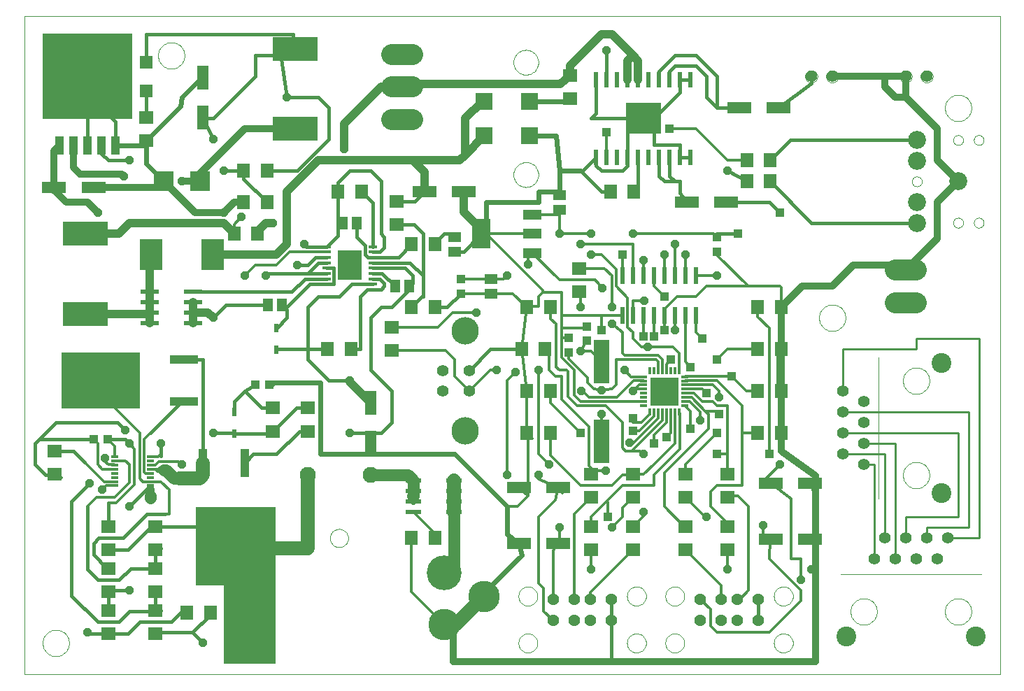
<source format=gtl>
G75*
G70*
%OFA0B0*%
%FSLAX24Y24*%
%IPPOS*%
%LPD*%
%AMOC8*
5,1,8,0,0,1.08239X$1,22.5*
%
%ADD10C,0.0000*%
%ADD11R,0.2500X0.7500*%
%ADD12R,0.0710X0.0630*%
%ADD13R,0.0630X0.0710*%
%ADD14R,0.2126X0.1142*%
%ADD15R,0.0350X0.0120*%
%ADD16R,0.0709X0.0630*%
%ADD17R,0.0433X0.0394*%
%ADD18R,0.0780X0.0200*%
%ADD19R,0.1339X0.0394*%
%ADD20R,0.3780X0.2677*%
%ADD21R,0.0394X0.1339*%
%ADD22R,0.2677X0.3780*%
%ADD23R,0.0236X0.0394*%
%ADD24R,0.4252X0.4098*%
%ADD25R,0.0420X0.0850*%
%ADD26R,0.0945X0.0945*%
%ADD27R,0.0320X0.0120*%
%ADD28R,0.0120X0.0320*%
%ADD29R,0.1320X0.1320*%
%ADD30C,0.0560*%
%ADD31C,0.1306*%
%ADD32R,0.0880X0.0480*%
%ADD33R,0.0866X0.1417*%
%ADD34R,0.0394X0.0433*%
%ADD35R,0.0240X0.0810*%
%ADD36R,0.0220X0.0780*%
%ADD37R,0.1700X0.1500*%
%ADD38R,0.0630X0.0709*%
%ADD39R,0.0827X0.0827*%
%ADD40R,0.0591X0.0512*%
%ADD41C,0.0768*%
%ADD42R,0.1181X0.0551*%
%ADD43R,0.0591X0.0591*%
%ADD44C,0.0562*%
%ADD45R,0.0760X0.2100*%
%ADD46C,0.0550*%
%ADD47C,0.0860*%
%ADD48C,0.0945*%
%ADD49C,0.1660*%
%ADD50C,0.1502*%
%ADD51R,0.0551X0.1181*%
%ADD52R,0.0413X0.0177*%
%ADD53R,0.1160X0.1410*%
%ADD54R,0.0870X0.0240*%
%ADD55R,0.0512X0.0591*%
%ADD56R,0.1102X0.1496*%
%ADD57C,0.1004*%
%ADD58C,0.0120*%
%ADD59R,0.0396X0.0396*%
%ADD60C,0.0160*%
%ADD61C,0.0320*%
%ADD62OC8,0.0396*%
%ADD63C,0.0660*%
%ADD64C,0.0240*%
%ADD65C,0.0400*%
%ADD66C,0.0560*%
%ADD67C,0.0100*%
D10*
X000100Y001000D02*
X000100Y032370D01*
X046592Y032370D01*
X046592Y001000D01*
X000100Y001000D01*
X000970Y002500D02*
X000972Y002550D01*
X000978Y002600D01*
X000988Y002649D01*
X001002Y002697D01*
X001019Y002744D01*
X001040Y002789D01*
X001065Y002833D01*
X001093Y002874D01*
X001125Y002913D01*
X001159Y002950D01*
X001196Y002984D01*
X001236Y003014D01*
X001278Y003041D01*
X001322Y003065D01*
X001368Y003086D01*
X001415Y003102D01*
X001463Y003115D01*
X001513Y003124D01*
X001562Y003129D01*
X001613Y003130D01*
X001663Y003127D01*
X001712Y003120D01*
X001761Y003109D01*
X001809Y003094D01*
X001855Y003076D01*
X001900Y003054D01*
X001943Y003028D01*
X001984Y002999D01*
X002023Y002967D01*
X002059Y002932D01*
X002091Y002894D01*
X002121Y002854D01*
X002148Y002811D01*
X002171Y002767D01*
X002190Y002721D01*
X002206Y002673D01*
X002218Y002624D01*
X002226Y002575D01*
X002230Y002525D01*
X002230Y002475D01*
X002226Y002425D01*
X002218Y002376D01*
X002206Y002327D01*
X002190Y002279D01*
X002171Y002233D01*
X002148Y002189D01*
X002121Y002146D01*
X002091Y002106D01*
X002059Y002068D01*
X002023Y002033D01*
X001984Y002001D01*
X001943Y001972D01*
X001900Y001946D01*
X001855Y001924D01*
X001809Y001906D01*
X001761Y001891D01*
X001712Y001880D01*
X001663Y001873D01*
X001613Y001870D01*
X001562Y001871D01*
X001513Y001876D01*
X001463Y001885D01*
X001415Y001898D01*
X001368Y001914D01*
X001322Y001935D01*
X001278Y001959D01*
X001236Y001986D01*
X001196Y002016D01*
X001159Y002050D01*
X001125Y002087D01*
X001093Y002126D01*
X001065Y002167D01*
X001040Y002211D01*
X001019Y002256D01*
X001002Y002303D01*
X000988Y002351D01*
X000978Y002400D01*
X000972Y002450D01*
X000970Y002500D01*
X014667Y007500D02*
X014669Y007541D01*
X014675Y007582D01*
X014685Y007622D01*
X014698Y007661D01*
X014715Y007698D01*
X014736Y007734D01*
X014760Y007768D01*
X014787Y007799D01*
X014816Y007827D01*
X014849Y007853D01*
X014883Y007875D01*
X014920Y007894D01*
X014958Y007909D01*
X014998Y007921D01*
X015038Y007929D01*
X015079Y007933D01*
X015121Y007933D01*
X015162Y007929D01*
X015202Y007921D01*
X015242Y007909D01*
X015280Y007894D01*
X015316Y007875D01*
X015351Y007853D01*
X015384Y007827D01*
X015413Y007799D01*
X015440Y007768D01*
X015464Y007734D01*
X015485Y007698D01*
X015502Y007661D01*
X015515Y007622D01*
X015525Y007582D01*
X015531Y007541D01*
X015533Y007500D01*
X015531Y007459D01*
X015525Y007418D01*
X015515Y007378D01*
X015502Y007339D01*
X015485Y007302D01*
X015464Y007266D01*
X015440Y007232D01*
X015413Y007201D01*
X015384Y007173D01*
X015351Y007147D01*
X015317Y007125D01*
X015280Y007106D01*
X015242Y007091D01*
X015202Y007079D01*
X015162Y007071D01*
X015121Y007067D01*
X015079Y007067D01*
X015038Y007071D01*
X014998Y007079D01*
X014958Y007091D01*
X014920Y007106D01*
X014884Y007125D01*
X014849Y007147D01*
X014816Y007173D01*
X014787Y007201D01*
X014760Y007232D01*
X014736Y007266D01*
X014715Y007302D01*
X014698Y007339D01*
X014685Y007378D01*
X014675Y007418D01*
X014669Y007459D01*
X014667Y007500D01*
X023647Y004736D02*
X023649Y004778D01*
X023655Y004820D01*
X023665Y004862D01*
X023678Y004902D01*
X023696Y004941D01*
X023717Y004978D01*
X023741Y005012D01*
X023769Y005045D01*
X023799Y005075D01*
X023832Y005101D01*
X023867Y005125D01*
X023905Y005145D01*
X023944Y005161D01*
X023984Y005174D01*
X024026Y005183D01*
X024068Y005188D01*
X024111Y005189D01*
X024153Y005186D01*
X024195Y005179D01*
X024236Y005168D01*
X024276Y005153D01*
X024314Y005135D01*
X024351Y005113D01*
X024385Y005088D01*
X024417Y005060D01*
X024445Y005029D01*
X024471Y004995D01*
X024494Y004959D01*
X024513Y004922D01*
X024529Y004882D01*
X024541Y004841D01*
X024549Y004800D01*
X024553Y004757D01*
X024553Y004715D01*
X024549Y004672D01*
X024541Y004631D01*
X024529Y004590D01*
X024513Y004550D01*
X024494Y004513D01*
X024471Y004477D01*
X024445Y004443D01*
X024417Y004412D01*
X024385Y004384D01*
X024351Y004359D01*
X024314Y004337D01*
X024276Y004319D01*
X024236Y004304D01*
X024195Y004293D01*
X024153Y004286D01*
X024111Y004283D01*
X024068Y004284D01*
X024026Y004289D01*
X023984Y004298D01*
X023944Y004311D01*
X023905Y004327D01*
X023867Y004347D01*
X023832Y004371D01*
X023799Y004397D01*
X023769Y004427D01*
X023741Y004460D01*
X023717Y004494D01*
X023696Y004531D01*
X023678Y004570D01*
X023665Y004610D01*
X023655Y004652D01*
X023649Y004694D01*
X023647Y004736D01*
X023647Y002500D02*
X023649Y002542D01*
X023655Y002584D01*
X023665Y002626D01*
X023678Y002666D01*
X023696Y002705D01*
X023717Y002742D01*
X023741Y002776D01*
X023769Y002809D01*
X023799Y002839D01*
X023832Y002865D01*
X023867Y002889D01*
X023905Y002909D01*
X023944Y002925D01*
X023984Y002938D01*
X024026Y002947D01*
X024068Y002952D01*
X024111Y002953D01*
X024153Y002950D01*
X024195Y002943D01*
X024236Y002932D01*
X024276Y002917D01*
X024314Y002899D01*
X024351Y002877D01*
X024385Y002852D01*
X024417Y002824D01*
X024445Y002793D01*
X024471Y002759D01*
X024494Y002723D01*
X024513Y002686D01*
X024529Y002646D01*
X024541Y002605D01*
X024549Y002564D01*
X024553Y002521D01*
X024553Y002479D01*
X024549Y002436D01*
X024541Y002395D01*
X024529Y002354D01*
X024513Y002314D01*
X024494Y002277D01*
X024471Y002241D01*
X024445Y002207D01*
X024417Y002176D01*
X024385Y002148D01*
X024351Y002123D01*
X024314Y002101D01*
X024276Y002083D01*
X024236Y002068D01*
X024195Y002057D01*
X024153Y002050D01*
X024111Y002047D01*
X024068Y002048D01*
X024026Y002053D01*
X023984Y002062D01*
X023944Y002075D01*
X023905Y002091D01*
X023867Y002111D01*
X023832Y002135D01*
X023799Y002161D01*
X023769Y002191D01*
X023741Y002224D01*
X023717Y002258D01*
X023696Y002295D01*
X023678Y002334D01*
X023665Y002374D01*
X023655Y002416D01*
X023649Y002458D01*
X023647Y002500D01*
X028820Y002500D02*
X028822Y002542D01*
X028828Y002584D01*
X028838Y002626D01*
X028851Y002666D01*
X028869Y002705D01*
X028890Y002742D01*
X028914Y002776D01*
X028942Y002809D01*
X028972Y002839D01*
X029005Y002865D01*
X029040Y002889D01*
X029078Y002909D01*
X029117Y002925D01*
X029157Y002938D01*
X029199Y002947D01*
X029241Y002952D01*
X029284Y002953D01*
X029326Y002950D01*
X029368Y002943D01*
X029409Y002932D01*
X029449Y002917D01*
X029487Y002899D01*
X029524Y002877D01*
X029558Y002852D01*
X029590Y002824D01*
X029618Y002793D01*
X029644Y002759D01*
X029667Y002723D01*
X029686Y002686D01*
X029702Y002646D01*
X029714Y002605D01*
X029722Y002564D01*
X029726Y002521D01*
X029726Y002479D01*
X029722Y002436D01*
X029714Y002395D01*
X029702Y002354D01*
X029686Y002314D01*
X029667Y002277D01*
X029644Y002241D01*
X029618Y002207D01*
X029590Y002176D01*
X029558Y002148D01*
X029524Y002123D01*
X029487Y002101D01*
X029449Y002083D01*
X029409Y002068D01*
X029368Y002057D01*
X029326Y002050D01*
X029284Y002047D01*
X029241Y002048D01*
X029199Y002053D01*
X029157Y002062D01*
X029117Y002075D01*
X029078Y002091D01*
X029040Y002111D01*
X029005Y002135D01*
X028972Y002161D01*
X028942Y002191D01*
X028914Y002224D01*
X028890Y002258D01*
X028869Y002295D01*
X028851Y002334D01*
X028838Y002374D01*
X028828Y002416D01*
X028822Y002458D01*
X028820Y002500D01*
X030647Y002500D02*
X030649Y002542D01*
X030655Y002584D01*
X030665Y002626D01*
X030678Y002666D01*
X030696Y002705D01*
X030717Y002742D01*
X030741Y002776D01*
X030769Y002809D01*
X030799Y002839D01*
X030832Y002865D01*
X030867Y002889D01*
X030905Y002909D01*
X030944Y002925D01*
X030984Y002938D01*
X031026Y002947D01*
X031068Y002952D01*
X031111Y002953D01*
X031153Y002950D01*
X031195Y002943D01*
X031236Y002932D01*
X031276Y002917D01*
X031314Y002899D01*
X031351Y002877D01*
X031385Y002852D01*
X031417Y002824D01*
X031445Y002793D01*
X031471Y002759D01*
X031494Y002723D01*
X031513Y002686D01*
X031529Y002646D01*
X031541Y002605D01*
X031549Y002564D01*
X031553Y002521D01*
X031553Y002479D01*
X031549Y002436D01*
X031541Y002395D01*
X031529Y002354D01*
X031513Y002314D01*
X031494Y002277D01*
X031471Y002241D01*
X031445Y002207D01*
X031417Y002176D01*
X031385Y002148D01*
X031351Y002123D01*
X031314Y002101D01*
X031276Y002083D01*
X031236Y002068D01*
X031195Y002057D01*
X031153Y002050D01*
X031111Y002047D01*
X031068Y002048D01*
X031026Y002053D01*
X030984Y002062D01*
X030944Y002075D01*
X030905Y002091D01*
X030867Y002111D01*
X030832Y002135D01*
X030799Y002161D01*
X030769Y002191D01*
X030741Y002224D01*
X030717Y002258D01*
X030696Y002295D01*
X030678Y002334D01*
X030665Y002374D01*
X030655Y002416D01*
X030649Y002458D01*
X030647Y002500D01*
X030647Y004736D02*
X030649Y004778D01*
X030655Y004820D01*
X030665Y004862D01*
X030678Y004902D01*
X030696Y004941D01*
X030717Y004978D01*
X030741Y005012D01*
X030769Y005045D01*
X030799Y005075D01*
X030832Y005101D01*
X030867Y005125D01*
X030905Y005145D01*
X030944Y005161D01*
X030984Y005174D01*
X031026Y005183D01*
X031068Y005188D01*
X031111Y005189D01*
X031153Y005186D01*
X031195Y005179D01*
X031236Y005168D01*
X031276Y005153D01*
X031314Y005135D01*
X031351Y005113D01*
X031385Y005088D01*
X031417Y005060D01*
X031445Y005029D01*
X031471Y004995D01*
X031494Y004959D01*
X031513Y004922D01*
X031529Y004882D01*
X031541Y004841D01*
X031549Y004800D01*
X031553Y004757D01*
X031553Y004715D01*
X031549Y004672D01*
X031541Y004631D01*
X031529Y004590D01*
X031513Y004550D01*
X031494Y004513D01*
X031471Y004477D01*
X031445Y004443D01*
X031417Y004412D01*
X031385Y004384D01*
X031351Y004359D01*
X031314Y004337D01*
X031276Y004319D01*
X031236Y004304D01*
X031195Y004293D01*
X031153Y004286D01*
X031111Y004283D01*
X031068Y004284D01*
X031026Y004289D01*
X030984Y004298D01*
X030944Y004311D01*
X030905Y004327D01*
X030867Y004347D01*
X030832Y004371D01*
X030799Y004397D01*
X030769Y004427D01*
X030741Y004460D01*
X030717Y004494D01*
X030696Y004531D01*
X030678Y004570D01*
X030665Y004610D01*
X030655Y004652D01*
X030649Y004694D01*
X030647Y004736D01*
X028820Y004736D02*
X028822Y004778D01*
X028828Y004820D01*
X028838Y004862D01*
X028851Y004902D01*
X028869Y004941D01*
X028890Y004978D01*
X028914Y005012D01*
X028942Y005045D01*
X028972Y005075D01*
X029005Y005101D01*
X029040Y005125D01*
X029078Y005145D01*
X029117Y005161D01*
X029157Y005174D01*
X029199Y005183D01*
X029241Y005188D01*
X029284Y005189D01*
X029326Y005186D01*
X029368Y005179D01*
X029409Y005168D01*
X029449Y005153D01*
X029487Y005135D01*
X029524Y005113D01*
X029558Y005088D01*
X029590Y005060D01*
X029618Y005029D01*
X029644Y004995D01*
X029667Y004959D01*
X029686Y004922D01*
X029702Y004882D01*
X029714Y004841D01*
X029722Y004800D01*
X029726Y004757D01*
X029726Y004715D01*
X029722Y004672D01*
X029714Y004631D01*
X029702Y004590D01*
X029686Y004550D01*
X029667Y004513D01*
X029644Y004477D01*
X029618Y004443D01*
X029590Y004412D01*
X029558Y004384D01*
X029524Y004359D01*
X029487Y004337D01*
X029449Y004319D01*
X029409Y004304D01*
X029368Y004293D01*
X029326Y004286D01*
X029284Y004283D01*
X029241Y004284D01*
X029199Y004289D01*
X029157Y004298D01*
X029117Y004311D01*
X029078Y004327D01*
X029040Y004347D01*
X029005Y004371D01*
X028972Y004397D01*
X028942Y004427D01*
X028914Y004460D01*
X028890Y004494D01*
X028869Y004531D01*
X028851Y004570D01*
X028838Y004610D01*
X028828Y004652D01*
X028822Y004694D01*
X028820Y004736D01*
X035820Y004736D02*
X035822Y004778D01*
X035828Y004820D01*
X035838Y004862D01*
X035851Y004902D01*
X035869Y004941D01*
X035890Y004978D01*
X035914Y005012D01*
X035942Y005045D01*
X035972Y005075D01*
X036005Y005101D01*
X036040Y005125D01*
X036078Y005145D01*
X036117Y005161D01*
X036157Y005174D01*
X036199Y005183D01*
X036241Y005188D01*
X036284Y005189D01*
X036326Y005186D01*
X036368Y005179D01*
X036409Y005168D01*
X036449Y005153D01*
X036487Y005135D01*
X036524Y005113D01*
X036558Y005088D01*
X036590Y005060D01*
X036618Y005029D01*
X036644Y004995D01*
X036667Y004959D01*
X036686Y004922D01*
X036702Y004882D01*
X036714Y004841D01*
X036722Y004800D01*
X036726Y004757D01*
X036726Y004715D01*
X036722Y004672D01*
X036714Y004631D01*
X036702Y004590D01*
X036686Y004550D01*
X036667Y004513D01*
X036644Y004477D01*
X036618Y004443D01*
X036590Y004412D01*
X036558Y004384D01*
X036524Y004359D01*
X036487Y004337D01*
X036449Y004319D01*
X036409Y004304D01*
X036368Y004293D01*
X036326Y004286D01*
X036284Y004283D01*
X036241Y004284D01*
X036199Y004289D01*
X036157Y004298D01*
X036117Y004311D01*
X036078Y004327D01*
X036040Y004347D01*
X036005Y004371D01*
X035972Y004397D01*
X035942Y004427D01*
X035914Y004460D01*
X035890Y004494D01*
X035869Y004531D01*
X035851Y004570D01*
X035838Y004610D01*
X035828Y004652D01*
X035822Y004694D01*
X035820Y004736D01*
X035820Y002500D02*
X035822Y002542D01*
X035828Y002584D01*
X035838Y002626D01*
X035851Y002666D01*
X035869Y002705D01*
X035890Y002742D01*
X035914Y002776D01*
X035942Y002809D01*
X035972Y002839D01*
X036005Y002865D01*
X036040Y002889D01*
X036078Y002909D01*
X036117Y002925D01*
X036157Y002938D01*
X036199Y002947D01*
X036241Y002952D01*
X036284Y002953D01*
X036326Y002950D01*
X036368Y002943D01*
X036409Y002932D01*
X036449Y002917D01*
X036487Y002899D01*
X036524Y002877D01*
X036558Y002852D01*
X036590Y002824D01*
X036618Y002793D01*
X036644Y002759D01*
X036667Y002723D01*
X036686Y002686D01*
X036702Y002646D01*
X036714Y002605D01*
X036722Y002564D01*
X036726Y002521D01*
X036726Y002479D01*
X036722Y002436D01*
X036714Y002395D01*
X036702Y002354D01*
X036686Y002314D01*
X036667Y002277D01*
X036644Y002241D01*
X036618Y002207D01*
X036590Y002176D01*
X036558Y002148D01*
X036524Y002123D01*
X036487Y002101D01*
X036449Y002083D01*
X036409Y002068D01*
X036368Y002057D01*
X036326Y002050D01*
X036284Y002047D01*
X036241Y002048D01*
X036199Y002053D01*
X036157Y002062D01*
X036117Y002075D01*
X036078Y002091D01*
X036040Y002111D01*
X036005Y002135D01*
X035972Y002161D01*
X035942Y002191D01*
X035914Y002224D01*
X035890Y002258D01*
X035869Y002295D01*
X035851Y002334D01*
X035838Y002374D01*
X035828Y002416D01*
X035822Y002458D01*
X035820Y002500D01*
X039470Y004000D02*
X039472Y004050D01*
X039478Y004100D01*
X039488Y004149D01*
X039502Y004197D01*
X039519Y004244D01*
X039540Y004289D01*
X039565Y004333D01*
X039593Y004374D01*
X039625Y004413D01*
X039659Y004450D01*
X039696Y004484D01*
X039736Y004514D01*
X039778Y004541D01*
X039822Y004565D01*
X039868Y004586D01*
X039915Y004602D01*
X039963Y004615D01*
X040013Y004624D01*
X040062Y004629D01*
X040113Y004630D01*
X040163Y004627D01*
X040212Y004620D01*
X040261Y004609D01*
X040309Y004594D01*
X040355Y004576D01*
X040400Y004554D01*
X040443Y004528D01*
X040484Y004499D01*
X040523Y004467D01*
X040559Y004432D01*
X040591Y004394D01*
X040621Y004354D01*
X040648Y004311D01*
X040671Y004267D01*
X040690Y004221D01*
X040706Y004173D01*
X040718Y004124D01*
X040726Y004075D01*
X040730Y004025D01*
X040730Y003975D01*
X040726Y003925D01*
X040718Y003876D01*
X040706Y003827D01*
X040690Y003779D01*
X040671Y003733D01*
X040648Y003689D01*
X040621Y003646D01*
X040591Y003606D01*
X040559Y003568D01*
X040523Y003533D01*
X040484Y003501D01*
X040443Y003472D01*
X040400Y003446D01*
X040355Y003424D01*
X040309Y003406D01*
X040261Y003391D01*
X040212Y003380D01*
X040163Y003373D01*
X040113Y003370D01*
X040062Y003371D01*
X040013Y003376D01*
X039963Y003385D01*
X039915Y003398D01*
X039868Y003414D01*
X039822Y003435D01*
X039778Y003459D01*
X039736Y003486D01*
X039696Y003516D01*
X039659Y003550D01*
X039625Y003587D01*
X039593Y003626D01*
X039565Y003667D01*
X039540Y003711D01*
X039519Y003756D01*
X039502Y003803D01*
X039488Y003851D01*
X039478Y003900D01*
X039472Y003950D01*
X039470Y004000D01*
X038991Y005780D02*
X045709Y005780D01*
X043970Y004000D02*
X043972Y004050D01*
X043978Y004100D01*
X043988Y004149D01*
X044002Y004197D01*
X044019Y004244D01*
X044040Y004289D01*
X044065Y004333D01*
X044093Y004374D01*
X044125Y004413D01*
X044159Y004450D01*
X044196Y004484D01*
X044236Y004514D01*
X044278Y004541D01*
X044322Y004565D01*
X044368Y004586D01*
X044415Y004602D01*
X044463Y004615D01*
X044513Y004624D01*
X044562Y004629D01*
X044613Y004630D01*
X044663Y004627D01*
X044712Y004620D01*
X044761Y004609D01*
X044809Y004594D01*
X044855Y004576D01*
X044900Y004554D01*
X044943Y004528D01*
X044984Y004499D01*
X045023Y004467D01*
X045059Y004432D01*
X045091Y004394D01*
X045121Y004354D01*
X045148Y004311D01*
X045171Y004267D01*
X045190Y004221D01*
X045206Y004173D01*
X045218Y004124D01*
X045226Y004075D01*
X045230Y004025D01*
X045230Y003975D01*
X045226Y003925D01*
X045218Y003876D01*
X045206Y003827D01*
X045190Y003779D01*
X045171Y003733D01*
X045148Y003689D01*
X045121Y003646D01*
X045091Y003606D01*
X045059Y003568D01*
X045023Y003533D01*
X044984Y003501D01*
X044943Y003472D01*
X044900Y003446D01*
X044855Y003424D01*
X044809Y003406D01*
X044761Y003391D01*
X044712Y003380D01*
X044663Y003373D01*
X044613Y003370D01*
X044562Y003371D01*
X044513Y003376D01*
X044463Y003385D01*
X044415Y003398D01*
X044368Y003414D01*
X044322Y003435D01*
X044278Y003459D01*
X044236Y003486D01*
X044196Y003516D01*
X044159Y003550D01*
X044125Y003587D01*
X044093Y003626D01*
X044065Y003667D01*
X044040Y003711D01*
X044019Y003756D01*
X044002Y003803D01*
X043988Y003851D01*
X043978Y003900D01*
X043972Y003950D01*
X043970Y004000D01*
X040820Y009391D02*
X040820Y016109D01*
X041970Y015000D02*
X041972Y015050D01*
X041978Y015100D01*
X041988Y015149D01*
X042002Y015197D01*
X042019Y015244D01*
X042040Y015289D01*
X042065Y015333D01*
X042093Y015374D01*
X042125Y015413D01*
X042159Y015450D01*
X042196Y015484D01*
X042236Y015514D01*
X042278Y015541D01*
X042322Y015565D01*
X042368Y015586D01*
X042415Y015602D01*
X042463Y015615D01*
X042513Y015624D01*
X042562Y015629D01*
X042613Y015630D01*
X042663Y015627D01*
X042712Y015620D01*
X042761Y015609D01*
X042809Y015594D01*
X042855Y015576D01*
X042900Y015554D01*
X042943Y015528D01*
X042984Y015499D01*
X043023Y015467D01*
X043059Y015432D01*
X043091Y015394D01*
X043121Y015354D01*
X043148Y015311D01*
X043171Y015267D01*
X043190Y015221D01*
X043206Y015173D01*
X043218Y015124D01*
X043226Y015075D01*
X043230Y015025D01*
X043230Y014975D01*
X043226Y014925D01*
X043218Y014876D01*
X043206Y014827D01*
X043190Y014779D01*
X043171Y014733D01*
X043148Y014689D01*
X043121Y014646D01*
X043091Y014606D01*
X043059Y014568D01*
X043023Y014533D01*
X042984Y014501D01*
X042943Y014472D01*
X042900Y014446D01*
X042855Y014424D01*
X042809Y014406D01*
X042761Y014391D01*
X042712Y014380D01*
X042663Y014373D01*
X042613Y014370D01*
X042562Y014371D01*
X042513Y014376D01*
X042463Y014385D01*
X042415Y014398D01*
X042368Y014414D01*
X042322Y014435D01*
X042278Y014459D01*
X042236Y014486D01*
X042196Y014516D01*
X042159Y014550D01*
X042125Y014587D01*
X042093Y014626D01*
X042065Y014667D01*
X042040Y014711D01*
X042019Y014756D01*
X042002Y014803D01*
X041988Y014851D01*
X041978Y014900D01*
X041972Y014950D01*
X041970Y015000D01*
X037970Y018000D02*
X037972Y018050D01*
X037978Y018100D01*
X037988Y018149D01*
X038002Y018197D01*
X038019Y018244D01*
X038040Y018289D01*
X038065Y018333D01*
X038093Y018374D01*
X038125Y018413D01*
X038159Y018450D01*
X038196Y018484D01*
X038236Y018514D01*
X038278Y018541D01*
X038322Y018565D01*
X038368Y018586D01*
X038415Y018602D01*
X038463Y018615D01*
X038513Y018624D01*
X038562Y018629D01*
X038613Y018630D01*
X038663Y018627D01*
X038712Y018620D01*
X038761Y018609D01*
X038809Y018594D01*
X038855Y018576D01*
X038900Y018554D01*
X038943Y018528D01*
X038984Y018499D01*
X039023Y018467D01*
X039059Y018432D01*
X039091Y018394D01*
X039121Y018354D01*
X039148Y018311D01*
X039171Y018267D01*
X039190Y018221D01*
X039206Y018173D01*
X039218Y018124D01*
X039226Y018075D01*
X039230Y018025D01*
X039230Y017975D01*
X039226Y017925D01*
X039218Y017876D01*
X039206Y017827D01*
X039190Y017779D01*
X039171Y017733D01*
X039148Y017689D01*
X039121Y017646D01*
X039091Y017606D01*
X039059Y017568D01*
X039023Y017533D01*
X038984Y017501D01*
X038943Y017472D01*
X038900Y017446D01*
X038855Y017424D01*
X038809Y017406D01*
X038761Y017391D01*
X038712Y017380D01*
X038663Y017373D01*
X038613Y017370D01*
X038562Y017371D01*
X038513Y017376D01*
X038463Y017385D01*
X038415Y017398D01*
X038368Y017414D01*
X038322Y017435D01*
X038278Y017459D01*
X038236Y017486D01*
X038196Y017516D01*
X038159Y017550D01*
X038125Y017587D01*
X038093Y017626D01*
X038065Y017667D01*
X038040Y017711D01*
X038019Y017756D01*
X038002Y017803D01*
X037988Y017851D01*
X037978Y017900D01*
X037972Y017950D01*
X037970Y018000D01*
X044364Y022531D02*
X044366Y022561D01*
X044372Y022591D01*
X044381Y022620D01*
X044394Y022647D01*
X044411Y022672D01*
X044430Y022695D01*
X044453Y022716D01*
X044478Y022733D01*
X044504Y022747D01*
X044533Y022757D01*
X044562Y022764D01*
X044592Y022767D01*
X044623Y022766D01*
X044653Y022761D01*
X044682Y022752D01*
X044709Y022740D01*
X044735Y022725D01*
X044759Y022706D01*
X044780Y022684D01*
X044798Y022660D01*
X044813Y022633D01*
X044824Y022605D01*
X044832Y022576D01*
X044836Y022546D01*
X044836Y022516D01*
X044832Y022486D01*
X044824Y022457D01*
X044813Y022429D01*
X044798Y022402D01*
X044780Y022378D01*
X044759Y022356D01*
X044735Y022337D01*
X044709Y022322D01*
X044682Y022310D01*
X044653Y022301D01*
X044623Y022296D01*
X044592Y022295D01*
X044562Y022298D01*
X044533Y022305D01*
X044504Y022315D01*
X044478Y022329D01*
X044453Y022346D01*
X044430Y022367D01*
X044411Y022390D01*
X044394Y022415D01*
X044381Y022442D01*
X044372Y022471D01*
X044366Y022501D01*
X044364Y022531D01*
X045348Y022531D02*
X045350Y022561D01*
X045356Y022591D01*
X045365Y022620D01*
X045378Y022647D01*
X045395Y022672D01*
X045414Y022695D01*
X045437Y022716D01*
X045462Y022733D01*
X045488Y022747D01*
X045517Y022757D01*
X045546Y022764D01*
X045576Y022767D01*
X045607Y022766D01*
X045637Y022761D01*
X045666Y022752D01*
X045693Y022740D01*
X045719Y022725D01*
X045743Y022706D01*
X045764Y022684D01*
X045782Y022660D01*
X045797Y022633D01*
X045808Y022605D01*
X045816Y022576D01*
X045820Y022546D01*
X045820Y022516D01*
X045816Y022486D01*
X045808Y022457D01*
X045797Y022429D01*
X045782Y022402D01*
X045764Y022378D01*
X045743Y022356D01*
X045719Y022337D01*
X045693Y022322D01*
X045666Y022310D01*
X045637Y022301D01*
X045607Y022296D01*
X045576Y022295D01*
X045546Y022298D01*
X045517Y022305D01*
X045488Y022315D01*
X045462Y022329D01*
X045437Y022346D01*
X045414Y022367D01*
X045395Y022390D01*
X045378Y022415D01*
X045365Y022442D01*
X045356Y022471D01*
X045350Y022501D01*
X045348Y022531D01*
X042395Y024500D02*
X042397Y024530D01*
X042403Y024560D01*
X042412Y024589D01*
X042425Y024616D01*
X042442Y024641D01*
X042461Y024664D01*
X042484Y024685D01*
X042509Y024702D01*
X042535Y024716D01*
X042564Y024726D01*
X042593Y024733D01*
X042623Y024736D01*
X042654Y024735D01*
X042684Y024730D01*
X042713Y024721D01*
X042740Y024709D01*
X042766Y024694D01*
X042790Y024675D01*
X042811Y024653D01*
X042829Y024629D01*
X042844Y024602D01*
X042855Y024574D01*
X042863Y024545D01*
X042867Y024515D01*
X042867Y024485D01*
X042863Y024455D01*
X042855Y024426D01*
X042844Y024398D01*
X042829Y024371D01*
X042811Y024347D01*
X042790Y024325D01*
X042766Y024306D01*
X042740Y024291D01*
X042713Y024279D01*
X042684Y024270D01*
X042654Y024265D01*
X042623Y024264D01*
X042593Y024267D01*
X042564Y024274D01*
X042535Y024284D01*
X042509Y024298D01*
X042484Y024315D01*
X042461Y024336D01*
X042442Y024359D01*
X042425Y024384D01*
X042412Y024411D01*
X042403Y024440D01*
X042397Y024470D01*
X042395Y024500D01*
X044364Y026469D02*
X044366Y026499D01*
X044372Y026529D01*
X044381Y026558D01*
X044394Y026585D01*
X044411Y026610D01*
X044430Y026633D01*
X044453Y026654D01*
X044478Y026671D01*
X044504Y026685D01*
X044533Y026695D01*
X044562Y026702D01*
X044592Y026705D01*
X044623Y026704D01*
X044653Y026699D01*
X044682Y026690D01*
X044709Y026678D01*
X044735Y026663D01*
X044759Y026644D01*
X044780Y026622D01*
X044798Y026598D01*
X044813Y026571D01*
X044824Y026543D01*
X044832Y026514D01*
X044836Y026484D01*
X044836Y026454D01*
X044832Y026424D01*
X044824Y026395D01*
X044813Y026367D01*
X044798Y026340D01*
X044780Y026316D01*
X044759Y026294D01*
X044735Y026275D01*
X044709Y026260D01*
X044682Y026248D01*
X044653Y026239D01*
X044623Y026234D01*
X044592Y026233D01*
X044562Y026236D01*
X044533Y026243D01*
X044504Y026253D01*
X044478Y026267D01*
X044453Y026284D01*
X044430Y026305D01*
X044411Y026328D01*
X044394Y026353D01*
X044381Y026380D01*
X044372Y026409D01*
X044366Y026439D01*
X044364Y026469D01*
X045348Y026469D02*
X045350Y026499D01*
X045356Y026529D01*
X045365Y026558D01*
X045378Y026585D01*
X045395Y026610D01*
X045414Y026633D01*
X045437Y026654D01*
X045462Y026671D01*
X045488Y026685D01*
X045517Y026695D01*
X045546Y026702D01*
X045576Y026705D01*
X045607Y026704D01*
X045637Y026699D01*
X045666Y026690D01*
X045693Y026678D01*
X045719Y026663D01*
X045743Y026644D01*
X045764Y026622D01*
X045782Y026598D01*
X045797Y026571D01*
X045808Y026543D01*
X045816Y026514D01*
X045820Y026484D01*
X045820Y026454D01*
X045816Y026424D01*
X045808Y026395D01*
X045797Y026367D01*
X045782Y026340D01*
X045764Y026316D01*
X045743Y026294D01*
X045719Y026275D01*
X045693Y026260D01*
X045666Y026248D01*
X045637Y026239D01*
X045607Y026234D01*
X045576Y026233D01*
X045546Y026236D01*
X045517Y026243D01*
X045488Y026253D01*
X045462Y026267D01*
X045437Y026284D01*
X045414Y026305D01*
X045395Y026328D01*
X045378Y026353D01*
X045365Y026380D01*
X045356Y026409D01*
X045350Y026439D01*
X045348Y026469D01*
X043970Y028000D02*
X043972Y028050D01*
X043978Y028100D01*
X043988Y028149D01*
X044002Y028197D01*
X044019Y028244D01*
X044040Y028289D01*
X044065Y028333D01*
X044093Y028374D01*
X044125Y028413D01*
X044159Y028450D01*
X044196Y028484D01*
X044236Y028514D01*
X044278Y028541D01*
X044322Y028565D01*
X044368Y028586D01*
X044415Y028602D01*
X044463Y028615D01*
X044513Y028624D01*
X044562Y028629D01*
X044613Y028630D01*
X044663Y028627D01*
X044712Y028620D01*
X044761Y028609D01*
X044809Y028594D01*
X044855Y028576D01*
X044900Y028554D01*
X044943Y028528D01*
X044984Y028499D01*
X045023Y028467D01*
X045059Y028432D01*
X045091Y028394D01*
X045121Y028354D01*
X045148Y028311D01*
X045171Y028267D01*
X045190Y028221D01*
X045206Y028173D01*
X045218Y028124D01*
X045226Y028075D01*
X045230Y028025D01*
X045230Y027975D01*
X045226Y027925D01*
X045218Y027876D01*
X045206Y027827D01*
X045190Y027779D01*
X045171Y027733D01*
X045148Y027689D01*
X045121Y027646D01*
X045091Y027606D01*
X045059Y027568D01*
X045023Y027533D01*
X044984Y027501D01*
X044943Y027472D01*
X044900Y027446D01*
X044855Y027424D01*
X044809Y027406D01*
X044761Y027391D01*
X044712Y027380D01*
X044663Y027373D01*
X044613Y027370D01*
X044562Y027371D01*
X044513Y027376D01*
X044463Y027385D01*
X044415Y027398D01*
X044368Y027414D01*
X044322Y027435D01*
X044278Y027459D01*
X044236Y027486D01*
X044196Y027516D01*
X044159Y027550D01*
X044125Y027587D01*
X044093Y027626D01*
X044065Y027667D01*
X044040Y027711D01*
X044019Y027756D01*
X044002Y027803D01*
X043988Y027851D01*
X043978Y027900D01*
X043972Y027950D01*
X043970Y028000D01*
X042810Y029500D02*
X042812Y029534D01*
X042818Y029567D01*
X042827Y029599D01*
X042841Y029630D01*
X042858Y029659D01*
X042878Y029686D01*
X042901Y029711D01*
X042927Y029733D01*
X042955Y029751D01*
X042985Y029766D01*
X043017Y029778D01*
X043050Y029786D01*
X043083Y029790D01*
X043117Y029790D01*
X043150Y029786D01*
X043183Y029778D01*
X043215Y029766D01*
X043245Y029751D01*
X043273Y029733D01*
X043299Y029711D01*
X043322Y029686D01*
X043342Y029659D01*
X043359Y029630D01*
X043373Y029599D01*
X043382Y029567D01*
X043388Y029534D01*
X043390Y029500D01*
X043388Y029466D01*
X043382Y029433D01*
X043373Y029401D01*
X043359Y029370D01*
X043342Y029341D01*
X043322Y029314D01*
X043299Y029289D01*
X043273Y029267D01*
X043245Y029249D01*
X043215Y029234D01*
X043183Y029222D01*
X043150Y029214D01*
X043117Y029210D01*
X043083Y029210D01*
X043050Y029214D01*
X043017Y029222D01*
X042985Y029234D01*
X042955Y029249D01*
X042927Y029267D01*
X042901Y029289D01*
X042878Y029314D01*
X042858Y029341D01*
X042841Y029370D01*
X042827Y029401D01*
X042818Y029433D01*
X042812Y029466D01*
X042810Y029500D01*
X041810Y029500D02*
X041812Y029534D01*
X041818Y029567D01*
X041827Y029599D01*
X041841Y029630D01*
X041858Y029659D01*
X041878Y029686D01*
X041901Y029711D01*
X041927Y029733D01*
X041955Y029751D01*
X041985Y029766D01*
X042017Y029778D01*
X042050Y029786D01*
X042083Y029790D01*
X042117Y029790D01*
X042150Y029786D01*
X042183Y029778D01*
X042215Y029766D01*
X042245Y029751D01*
X042273Y029733D01*
X042299Y029711D01*
X042322Y029686D01*
X042342Y029659D01*
X042359Y029630D01*
X042373Y029599D01*
X042382Y029567D01*
X042388Y029534D01*
X042390Y029500D01*
X042388Y029466D01*
X042382Y029433D01*
X042373Y029401D01*
X042359Y029370D01*
X042342Y029341D01*
X042322Y029314D01*
X042299Y029289D01*
X042273Y029267D01*
X042245Y029249D01*
X042215Y029234D01*
X042183Y029222D01*
X042150Y029214D01*
X042117Y029210D01*
X042083Y029210D01*
X042050Y029214D01*
X042017Y029222D01*
X041985Y029234D01*
X041955Y029249D01*
X041927Y029267D01*
X041901Y029289D01*
X041878Y029314D01*
X041858Y029341D01*
X041841Y029370D01*
X041827Y029401D01*
X041818Y029433D01*
X041812Y029466D01*
X041810Y029500D01*
X038310Y029500D02*
X038312Y029534D01*
X038318Y029567D01*
X038327Y029599D01*
X038341Y029630D01*
X038358Y029659D01*
X038378Y029686D01*
X038401Y029711D01*
X038427Y029733D01*
X038455Y029751D01*
X038485Y029766D01*
X038517Y029778D01*
X038550Y029786D01*
X038583Y029790D01*
X038617Y029790D01*
X038650Y029786D01*
X038683Y029778D01*
X038715Y029766D01*
X038745Y029751D01*
X038773Y029733D01*
X038799Y029711D01*
X038822Y029686D01*
X038842Y029659D01*
X038859Y029630D01*
X038873Y029599D01*
X038882Y029567D01*
X038888Y029534D01*
X038890Y029500D01*
X038888Y029466D01*
X038882Y029433D01*
X038873Y029401D01*
X038859Y029370D01*
X038842Y029341D01*
X038822Y029314D01*
X038799Y029289D01*
X038773Y029267D01*
X038745Y029249D01*
X038715Y029234D01*
X038683Y029222D01*
X038650Y029214D01*
X038617Y029210D01*
X038583Y029210D01*
X038550Y029214D01*
X038517Y029222D01*
X038485Y029234D01*
X038455Y029249D01*
X038427Y029267D01*
X038401Y029289D01*
X038378Y029314D01*
X038358Y029341D01*
X038341Y029370D01*
X038327Y029401D01*
X038318Y029433D01*
X038312Y029466D01*
X038310Y029500D01*
X037310Y029500D02*
X037312Y029534D01*
X037318Y029567D01*
X037327Y029599D01*
X037341Y029630D01*
X037358Y029659D01*
X037378Y029686D01*
X037401Y029711D01*
X037427Y029733D01*
X037455Y029751D01*
X037485Y029766D01*
X037517Y029778D01*
X037550Y029786D01*
X037583Y029790D01*
X037617Y029790D01*
X037650Y029786D01*
X037683Y029778D01*
X037715Y029766D01*
X037745Y029751D01*
X037773Y029733D01*
X037799Y029711D01*
X037822Y029686D01*
X037842Y029659D01*
X037859Y029630D01*
X037873Y029599D01*
X037882Y029567D01*
X037888Y029534D01*
X037890Y029500D01*
X037888Y029466D01*
X037882Y029433D01*
X037873Y029401D01*
X037859Y029370D01*
X037842Y029341D01*
X037822Y029314D01*
X037799Y029289D01*
X037773Y029267D01*
X037745Y029249D01*
X037715Y029234D01*
X037683Y029222D01*
X037650Y029214D01*
X037617Y029210D01*
X037583Y029210D01*
X037550Y029214D01*
X037517Y029222D01*
X037485Y029234D01*
X037455Y029249D01*
X037427Y029267D01*
X037401Y029289D01*
X037378Y029314D01*
X037358Y029341D01*
X037341Y029370D01*
X037327Y029401D01*
X037318Y029433D01*
X037312Y029466D01*
X037310Y029500D01*
X023411Y030177D02*
X023413Y030225D01*
X023419Y030273D01*
X023429Y030320D01*
X023442Y030366D01*
X023460Y030411D01*
X023480Y030455D01*
X023505Y030497D01*
X023533Y030536D01*
X023563Y030573D01*
X023597Y030607D01*
X023634Y030639D01*
X023672Y030668D01*
X023713Y030693D01*
X023756Y030715D01*
X023801Y030733D01*
X023847Y030747D01*
X023894Y030758D01*
X023942Y030765D01*
X023990Y030768D01*
X024038Y030767D01*
X024086Y030762D01*
X024134Y030753D01*
X024180Y030741D01*
X024225Y030724D01*
X024269Y030704D01*
X024311Y030681D01*
X024351Y030654D01*
X024389Y030624D01*
X024424Y030591D01*
X024456Y030555D01*
X024486Y030517D01*
X024512Y030476D01*
X024534Y030433D01*
X024554Y030389D01*
X024569Y030344D01*
X024581Y030297D01*
X024589Y030249D01*
X024593Y030201D01*
X024593Y030153D01*
X024589Y030105D01*
X024581Y030057D01*
X024569Y030010D01*
X024554Y029965D01*
X024534Y029921D01*
X024512Y029878D01*
X024486Y029837D01*
X024456Y029799D01*
X024424Y029763D01*
X024389Y029730D01*
X024351Y029700D01*
X024311Y029673D01*
X024269Y029650D01*
X024225Y029630D01*
X024180Y029613D01*
X024134Y029601D01*
X024086Y029592D01*
X024038Y029587D01*
X023990Y029586D01*
X023942Y029589D01*
X023894Y029596D01*
X023847Y029607D01*
X023801Y029621D01*
X023756Y029639D01*
X023713Y029661D01*
X023672Y029686D01*
X023634Y029715D01*
X023597Y029747D01*
X023563Y029781D01*
X023533Y029818D01*
X023505Y029857D01*
X023480Y029899D01*
X023460Y029943D01*
X023442Y029988D01*
X023429Y030034D01*
X023419Y030081D01*
X023413Y030129D01*
X023411Y030177D01*
X023411Y024823D02*
X023413Y024871D01*
X023419Y024919D01*
X023429Y024966D01*
X023442Y025012D01*
X023460Y025057D01*
X023480Y025101D01*
X023505Y025143D01*
X023533Y025182D01*
X023563Y025219D01*
X023597Y025253D01*
X023634Y025285D01*
X023672Y025314D01*
X023713Y025339D01*
X023756Y025361D01*
X023801Y025379D01*
X023847Y025393D01*
X023894Y025404D01*
X023942Y025411D01*
X023990Y025414D01*
X024038Y025413D01*
X024086Y025408D01*
X024134Y025399D01*
X024180Y025387D01*
X024225Y025370D01*
X024269Y025350D01*
X024311Y025327D01*
X024351Y025300D01*
X024389Y025270D01*
X024424Y025237D01*
X024456Y025201D01*
X024486Y025163D01*
X024512Y025122D01*
X024534Y025079D01*
X024554Y025035D01*
X024569Y024990D01*
X024581Y024943D01*
X024589Y024895D01*
X024593Y024847D01*
X024593Y024799D01*
X024589Y024751D01*
X024581Y024703D01*
X024569Y024656D01*
X024554Y024611D01*
X024534Y024567D01*
X024512Y024524D01*
X024486Y024483D01*
X024456Y024445D01*
X024424Y024409D01*
X024389Y024376D01*
X024351Y024346D01*
X024311Y024319D01*
X024269Y024296D01*
X024225Y024276D01*
X024180Y024259D01*
X024134Y024247D01*
X024086Y024238D01*
X024038Y024233D01*
X023990Y024232D01*
X023942Y024235D01*
X023894Y024242D01*
X023847Y024253D01*
X023801Y024267D01*
X023756Y024285D01*
X023713Y024307D01*
X023672Y024332D01*
X023634Y024361D01*
X023597Y024393D01*
X023563Y024427D01*
X023533Y024464D01*
X023505Y024503D01*
X023480Y024545D01*
X023460Y024589D01*
X023442Y024634D01*
X023429Y024680D01*
X023419Y024727D01*
X023413Y024775D01*
X023411Y024823D01*
X006470Y030500D02*
X006472Y030550D01*
X006478Y030600D01*
X006488Y030649D01*
X006502Y030697D01*
X006519Y030744D01*
X006540Y030789D01*
X006565Y030833D01*
X006593Y030874D01*
X006625Y030913D01*
X006659Y030950D01*
X006696Y030984D01*
X006736Y031014D01*
X006778Y031041D01*
X006822Y031065D01*
X006868Y031086D01*
X006915Y031102D01*
X006963Y031115D01*
X007013Y031124D01*
X007062Y031129D01*
X007113Y031130D01*
X007163Y031127D01*
X007212Y031120D01*
X007261Y031109D01*
X007309Y031094D01*
X007355Y031076D01*
X007400Y031054D01*
X007443Y031028D01*
X007484Y030999D01*
X007523Y030967D01*
X007559Y030932D01*
X007591Y030894D01*
X007621Y030854D01*
X007648Y030811D01*
X007671Y030767D01*
X007690Y030721D01*
X007706Y030673D01*
X007718Y030624D01*
X007726Y030575D01*
X007730Y030525D01*
X007730Y030475D01*
X007726Y030425D01*
X007718Y030376D01*
X007706Y030327D01*
X007690Y030279D01*
X007671Y030233D01*
X007648Y030189D01*
X007621Y030146D01*
X007591Y030106D01*
X007559Y030068D01*
X007523Y030033D01*
X007484Y030001D01*
X007443Y029972D01*
X007400Y029946D01*
X007355Y029924D01*
X007309Y029906D01*
X007261Y029891D01*
X007212Y029880D01*
X007163Y029873D01*
X007113Y029870D01*
X007062Y029871D01*
X007013Y029876D01*
X006963Y029885D01*
X006915Y029898D01*
X006868Y029914D01*
X006822Y029935D01*
X006778Y029959D01*
X006736Y029986D01*
X006696Y030016D01*
X006659Y030050D01*
X006625Y030087D01*
X006593Y030126D01*
X006565Y030167D01*
X006540Y030211D01*
X006519Y030256D01*
X006502Y030303D01*
X006488Y030351D01*
X006478Y030400D01*
X006472Y030450D01*
X006470Y030500D01*
X041970Y010500D02*
X041972Y010550D01*
X041978Y010600D01*
X041988Y010649D01*
X042002Y010697D01*
X042019Y010744D01*
X042040Y010789D01*
X042065Y010833D01*
X042093Y010874D01*
X042125Y010913D01*
X042159Y010950D01*
X042196Y010984D01*
X042236Y011014D01*
X042278Y011041D01*
X042322Y011065D01*
X042368Y011086D01*
X042415Y011102D01*
X042463Y011115D01*
X042513Y011124D01*
X042562Y011129D01*
X042613Y011130D01*
X042663Y011127D01*
X042712Y011120D01*
X042761Y011109D01*
X042809Y011094D01*
X042855Y011076D01*
X042900Y011054D01*
X042943Y011028D01*
X042984Y010999D01*
X043023Y010967D01*
X043059Y010932D01*
X043091Y010894D01*
X043121Y010854D01*
X043148Y010811D01*
X043171Y010767D01*
X043190Y010721D01*
X043206Y010673D01*
X043218Y010624D01*
X043226Y010575D01*
X043230Y010525D01*
X043230Y010475D01*
X043226Y010425D01*
X043218Y010376D01*
X043206Y010327D01*
X043190Y010279D01*
X043171Y010233D01*
X043148Y010189D01*
X043121Y010146D01*
X043091Y010106D01*
X043059Y010068D01*
X043023Y010033D01*
X042984Y010001D01*
X042943Y009972D01*
X042900Y009946D01*
X042855Y009924D01*
X042809Y009906D01*
X042761Y009891D01*
X042712Y009880D01*
X042663Y009873D01*
X042613Y009870D01*
X042562Y009871D01*
X042513Y009876D01*
X042463Y009885D01*
X042415Y009898D01*
X042368Y009914D01*
X042322Y009935D01*
X042278Y009959D01*
X042236Y009986D01*
X042196Y010016D01*
X042159Y010050D01*
X042125Y010087D01*
X042093Y010126D01*
X042065Y010167D01*
X042040Y010211D01*
X042019Y010256D01*
X042002Y010303D01*
X041988Y010351D01*
X041978Y010400D01*
X041972Y010450D01*
X041970Y010500D01*
D11*
X010850Y005250D03*
D12*
X006350Y004940D03*
X006350Y004060D03*
X006350Y002940D03*
X004100Y002940D03*
X004100Y004060D03*
X004100Y004940D03*
X004100Y006060D03*
X004100Y006940D03*
X004100Y008060D03*
X006350Y008060D03*
X006350Y006940D03*
X006350Y006060D03*
X011950Y012590D03*
X011950Y013710D03*
X013600Y013710D03*
X013600Y012590D03*
X017600Y016440D03*
X017600Y017560D03*
X017850Y022440D03*
X017850Y023560D03*
X026550Y020360D03*
X026550Y019240D03*
X027100Y010560D03*
X027100Y009440D03*
X027100Y008060D03*
X027100Y006940D03*
X029100Y006940D03*
X029100Y008060D03*
X029100Y009440D03*
X029100Y010560D03*
X031600Y010560D03*
X031600Y009440D03*
X031600Y008060D03*
X031600Y006940D03*
X033600Y006940D03*
X033600Y008060D03*
X033600Y009440D03*
X033600Y010560D03*
X005900Y026440D03*
X005900Y027560D03*
D13*
X010540Y025000D03*
X011660Y025000D03*
X011660Y023500D03*
X010540Y023500D03*
X010090Y022000D03*
X011210Y022000D03*
X015040Y024000D03*
X016160Y024000D03*
X018540Y021500D03*
X019660Y021500D03*
X019660Y018500D03*
X018540Y018500D03*
X015660Y016500D03*
X014540Y016500D03*
X023790Y016500D03*
X024910Y016500D03*
X025160Y018500D03*
X024040Y018500D03*
X024040Y014500D03*
X025160Y014500D03*
X025160Y012500D03*
X024040Y012500D03*
X019660Y007500D03*
X018540Y007500D03*
X008960Y003950D03*
X007840Y003950D03*
X035040Y012500D03*
X036160Y012500D03*
X036160Y014500D03*
X035040Y014500D03*
X035040Y016500D03*
X036160Y016500D03*
X036160Y018500D03*
X035040Y018500D03*
D14*
X013000Y027000D03*
X013000Y030819D03*
X003000Y022000D03*
X003000Y018181D03*
D15*
X004391Y011378D03*
X004391Y011181D03*
X004391Y010984D03*
X004391Y010787D03*
X004391Y010591D03*
X004391Y010394D03*
X004391Y010197D03*
X004391Y010000D03*
X006100Y010000D03*
X006100Y010197D03*
X006100Y010394D03*
X006100Y010591D03*
X006100Y010787D03*
X006100Y010984D03*
X006100Y011181D03*
X006100Y011378D03*
D16*
X001550Y011651D03*
X001550Y010549D03*
X026100Y028449D03*
X026100Y029551D03*
D17*
X011785Y014800D03*
X011115Y014800D03*
X004085Y012200D03*
X003415Y012200D03*
D18*
X018630Y010250D03*
X018630Y009750D03*
X018630Y009250D03*
X018630Y008750D03*
X020570Y008750D03*
X020570Y009250D03*
X020570Y009750D03*
X020570Y010250D03*
D19*
X007698Y014000D03*
X007698Y016000D03*
D20*
X003722Y015000D03*
D21*
X008600Y011098D03*
X010600Y011098D03*
D22*
X009600Y007122D03*
D23*
X010100Y012469D03*
X010100Y013531D03*
X012100Y016469D03*
X012100Y017531D03*
D24*
X003100Y029500D03*
D25*
X003100Y026220D03*
X002430Y026220D03*
X001760Y026220D03*
X003770Y026220D03*
X004440Y026220D03*
D26*
X006734Y024500D03*
X008466Y024500D03*
D27*
X029620Y015190D03*
X029620Y014990D03*
X029620Y014800D03*
X029620Y014600D03*
X029620Y014400D03*
X029620Y014200D03*
X029620Y014010D03*
X029620Y013810D03*
X031580Y013810D03*
X031580Y014010D03*
X031580Y014200D03*
X031580Y014400D03*
X031580Y014600D03*
X031580Y014800D03*
X031580Y014990D03*
X031580Y015190D03*
D28*
X031290Y015480D03*
X031090Y015480D03*
X030900Y015480D03*
X030700Y015480D03*
X030500Y015480D03*
X030300Y015480D03*
X030110Y015480D03*
X029910Y015480D03*
X029910Y013520D03*
X030110Y013520D03*
X030300Y013520D03*
X030500Y013520D03*
X030700Y013520D03*
X030900Y013520D03*
X031090Y013520D03*
X031290Y013520D03*
D29*
X030600Y014480D03*
D30*
X039100Y014500D03*
X040100Y014000D03*
X039100Y013500D03*
X040100Y013000D03*
X039100Y012500D03*
X040100Y012000D03*
X039100Y011500D03*
X040100Y011000D03*
X041100Y007500D03*
X042100Y007500D03*
X043100Y007500D03*
X044100Y007500D03*
X043600Y006500D03*
X042600Y006500D03*
X041600Y006500D03*
X040600Y006500D03*
X021297Y014508D03*
X021297Y015492D03*
X020037Y015492D03*
X020037Y014508D03*
D31*
X021100Y012630D03*
X021100Y017370D03*
D32*
X024320Y021090D03*
X024320Y022000D03*
X024320Y022910D03*
D33*
X021880Y022000D03*
D34*
X020900Y019835D03*
X020900Y019165D03*
X026050Y017035D03*
X026900Y016915D03*
X026900Y017585D03*
X026050Y016365D03*
X033100Y021165D03*
X033100Y021835D03*
D35*
X032100Y020000D03*
X031600Y020000D03*
X031100Y020000D03*
X030600Y020000D03*
X030100Y020000D03*
X029600Y020000D03*
X029100Y020000D03*
X028600Y020000D03*
X028600Y018110D03*
X029100Y018110D03*
X029600Y018110D03*
X030100Y018110D03*
X030600Y018110D03*
X031100Y018110D03*
X031600Y018110D03*
X032100Y018110D03*
D36*
X031850Y025650D03*
X031350Y025650D03*
X030850Y025650D03*
X030350Y025650D03*
X029850Y025650D03*
X029350Y025650D03*
X028850Y025650D03*
X028350Y025650D03*
X027850Y025650D03*
X027350Y025650D03*
X027350Y029350D03*
X027850Y029350D03*
X028350Y029350D03*
X028850Y029350D03*
X029350Y029350D03*
X029850Y029350D03*
X030350Y029350D03*
X030850Y029350D03*
X031350Y029350D03*
X031850Y029350D03*
D37*
X029600Y027500D03*
D38*
X029151Y024000D03*
X028049Y024000D03*
X034549Y024500D03*
X035651Y024500D03*
X035651Y025500D03*
X034549Y025500D03*
D39*
X024183Y026673D03*
X024183Y028327D03*
X022017Y028327D03*
X022017Y026673D03*
D40*
X025600Y023835D03*
X025600Y023165D03*
X022350Y019835D03*
X022350Y019165D03*
X020600Y021165D03*
X020600Y021835D03*
D41*
X016600Y010500D03*
X013600Y010500D03*
D42*
X023655Y009900D03*
X025545Y009900D03*
X025545Y007250D03*
X023655Y007250D03*
X035655Y007450D03*
X037545Y007450D03*
X037545Y010100D03*
X035655Y010100D03*
X033545Y023500D03*
X031655Y023500D03*
X034155Y028000D03*
X036045Y028000D03*
X021045Y024000D03*
X019155Y024000D03*
X003395Y024200D03*
X001505Y024200D03*
D43*
X005900Y028811D03*
X005900Y030189D03*
D44*
X025309Y004598D03*
X026293Y004598D03*
X027080Y004598D03*
X028065Y004598D03*
X028065Y003567D03*
X027080Y003567D03*
X026293Y003567D03*
X025309Y003567D03*
X032309Y003567D03*
X033293Y003567D03*
X034080Y003567D03*
X035065Y003567D03*
X035065Y004598D03*
X034080Y004598D03*
X033293Y004598D03*
X032309Y004598D03*
D45*
X027600Y012100D03*
X027600Y015900D03*
D46*
X037600Y029500D03*
X038600Y029500D03*
X042100Y029500D03*
X043100Y029500D03*
D47*
X042631Y026469D03*
X042631Y025484D03*
X044600Y024500D03*
X042631Y023516D03*
X042631Y022531D03*
D48*
X043801Y015843D03*
X043801Y009657D03*
X045443Y002799D03*
X039257Y002799D03*
D49*
X020100Y005854D03*
D50*
X021990Y004732D03*
X020100Y003394D03*
D51*
X016600Y012055D03*
X016600Y013945D03*
X008600Y027555D03*
X008600Y029445D03*
D52*
X014507Y021396D03*
X014507Y021140D03*
X014507Y020884D03*
X014507Y020628D03*
X014507Y020372D03*
X014507Y020116D03*
X014507Y019860D03*
X014507Y019604D03*
X016693Y019604D03*
X016693Y019860D03*
X016693Y020116D03*
X016693Y020372D03*
X016693Y020628D03*
X016693Y020884D03*
X016693Y021140D03*
X016693Y021396D03*
D53*
X015600Y020500D03*
D54*
X008130Y019250D03*
X008130Y018750D03*
X008130Y018250D03*
X008130Y017750D03*
X006070Y017750D03*
X006070Y018250D03*
X006070Y018750D03*
X006070Y019250D03*
D55*
X011715Y018600D03*
X012385Y018600D03*
X015265Y022500D03*
X015935Y022500D03*
X017765Y019500D03*
X018435Y019500D03*
D56*
X009057Y021000D03*
X006143Y021000D03*
D57*
X017598Y027441D02*
X018602Y027441D01*
X018602Y029000D02*
X017598Y029000D01*
X017598Y030559D02*
X018602Y030559D01*
X041598Y020280D02*
X042602Y020280D01*
X042602Y018720D02*
X041598Y018720D01*
D58*
X036160Y018500D02*
X036160Y019440D01*
X036100Y019500D01*
X034600Y019500D01*
X033151Y020949D01*
X033100Y021165D01*
X033100Y021835D02*
X032935Y022000D01*
X029100Y022000D01*
X029100Y021500D02*
X026600Y021500D01*
X027100Y021000D02*
X027600Y021000D01*
X028300Y020300D01*
X028300Y019500D01*
X028850Y018950D01*
X028850Y017550D01*
X029100Y017300D01*
X029100Y017000D01*
X029500Y016600D01*
X029800Y016600D01*
X031000Y016600D01*
X031290Y016310D01*
X031290Y015480D01*
X031590Y015200D02*
X031580Y015190D01*
X031590Y015200D02*
X033800Y015200D01*
X034500Y014500D01*
X035040Y014500D01*
X034300Y013800D02*
X033100Y015000D01*
X031590Y015000D01*
X031580Y014990D01*
X031580Y014800D02*
X032900Y014800D01*
X033200Y014500D01*
X033200Y014200D01*
X032900Y014000D02*
X033100Y013800D01*
X033600Y013800D01*
X033600Y011500D01*
X033100Y011500D01*
X033600Y011500D02*
X033600Y010560D01*
X033100Y010000D02*
X034300Y010000D01*
X034300Y012500D01*
X035040Y012500D01*
X034300Y012500D02*
X034300Y013800D01*
X033200Y013550D02*
X032550Y013550D01*
X031900Y014200D01*
X031580Y014200D01*
X031580Y014010D02*
X031590Y014010D01*
X031600Y014000D01*
X031800Y014000D01*
X032300Y013500D01*
X032300Y013100D01*
X032700Y013400D02*
X032550Y013550D01*
X032700Y013400D02*
X032700Y012700D01*
X030600Y010600D01*
X030600Y009000D01*
X031540Y008060D01*
X031600Y008060D01*
X032540Y008500D02*
X031600Y009440D01*
X031600Y009250D01*
X032540Y008500D02*
X032600Y008500D01*
X032800Y009000D02*
X032800Y009700D01*
X033100Y010000D01*
X033600Y009440D02*
X033600Y009250D01*
X033600Y009440D02*
X033660Y009500D01*
X034100Y009500D01*
X034600Y009000D01*
X034600Y005000D01*
X034198Y004598D01*
X034080Y004598D01*
X033293Y004598D02*
X033293Y005247D01*
X031600Y006940D01*
X031600Y006750D01*
X033600Y006940D02*
X033600Y006000D01*
X032309Y004598D02*
X032309Y004591D01*
X032800Y004100D01*
X032800Y003300D01*
X033100Y003000D01*
X035600Y003000D01*
X037100Y004500D01*
X037100Y005000D01*
X035600Y006500D01*
X035600Y006807D01*
X035655Y007450D01*
X035293Y007593D01*
X035300Y008100D01*
X033600Y008060D02*
X033600Y008200D01*
X032800Y009000D01*
X031600Y010560D02*
X031600Y011000D01*
X033100Y012500D01*
X031850Y012700D02*
X031850Y013540D01*
X031580Y013810D01*
X031290Y013520D02*
X031350Y013460D01*
X031350Y011750D01*
X030100Y010500D01*
X030100Y010000D01*
X028600Y010000D01*
X027850Y009250D01*
X027900Y009200D01*
X027900Y008500D01*
X027850Y009250D02*
X027100Y008500D01*
X027100Y008060D01*
X026293Y008633D02*
X027100Y009440D01*
X027040Y009440D01*
X026600Y010000D02*
X028100Y010000D01*
X028600Y010500D01*
X029040Y010500D01*
X029100Y010560D01*
X029600Y010560D01*
X030100Y011000D01*
X031100Y012000D01*
X031100Y013510D01*
X031090Y013520D01*
X030900Y013520D02*
X030900Y012500D01*
X030700Y012300D01*
X030100Y012400D02*
X030100Y012000D01*
X030100Y012400D02*
X030700Y013000D01*
X030700Y013520D01*
X030500Y013520D02*
X030500Y013100D01*
X029050Y011650D01*
X029450Y011650D01*
X029600Y011500D01*
X029050Y011650D02*
X028750Y011650D01*
X028600Y011800D01*
X028600Y013000D01*
X027800Y013800D01*
X026450Y013800D01*
X026000Y014250D01*
X026000Y015450D01*
X025950Y015500D01*
X025600Y015500D01*
X025450Y015650D01*
X025450Y017700D01*
X025160Y017940D01*
X025160Y018500D01*
X024600Y018560D02*
X024040Y018500D01*
X023375Y019165D01*
X022350Y019165D01*
X020900Y019165D01*
X020900Y019835D02*
X022350Y019835D01*
X022935Y019835D01*
X023100Y020000D01*
X024100Y020550D02*
X024100Y020870D01*
X024320Y021090D01*
X024320Y021080D01*
X025600Y019800D01*
X027300Y019800D01*
X027650Y019400D01*
X028100Y020000D02*
X028100Y018500D01*
X027600Y018110D02*
X027600Y017400D01*
X028100Y017700D02*
X028600Y017300D01*
X028600Y016300D01*
X028700Y016200D01*
X030300Y016200D01*
X030500Y016000D01*
X030500Y015480D01*
X030300Y015480D02*
X030300Y015900D01*
X030200Y016000D01*
X028300Y016000D01*
X028300Y014800D01*
X028100Y014600D01*
X027600Y014550D01*
X027250Y014600D01*
X026950Y014900D01*
X026950Y015150D01*
X026050Y016050D01*
X026050Y016365D01*
X025700Y016100D02*
X025700Y017000D01*
X025735Y017035D01*
X026050Y017035D01*
X025700Y017000D02*
X025700Y017500D01*
X026844Y017500D01*
X026900Y017585D01*
X026990Y018110D02*
X025700Y018100D01*
X025700Y019200D01*
X024800Y019200D01*
X024800Y019300D01*
X022100Y022000D01*
X024320Y022000D01*
X024320Y022910D02*
X025561Y022910D01*
X025600Y023165D01*
X025600Y022000D01*
X027100Y022000D01*
X028600Y021000D02*
X028600Y020000D01*
X028100Y020000D02*
X027740Y020360D01*
X026550Y020360D01*
X026550Y019240D02*
X026600Y018890D01*
X026600Y018500D01*
X026990Y018110D02*
X027600Y018110D01*
X028600Y018110D01*
X029100Y018110D02*
X029100Y018800D01*
X029650Y018800D01*
X029600Y018110D02*
X029600Y017100D01*
X030100Y017100D02*
X030100Y018110D01*
X030600Y018110D02*
X030600Y018400D01*
X031200Y019000D01*
X032100Y019000D01*
X032600Y019500D01*
X034600Y019500D01*
X035040Y018500D02*
X035040Y018060D01*
X035600Y017500D01*
X035600Y011500D01*
X036100Y011000D02*
X035293Y010193D01*
X035655Y010100D01*
X036650Y009393D01*
X036650Y006500D01*
X037100Y006500D01*
X037100Y005500D01*
X037800Y007000D02*
X037545Y007450D01*
X037800Y009500D02*
X037545Y010100D01*
X033200Y013400D02*
X033200Y013550D01*
X032900Y014000D02*
X032400Y014000D01*
X032000Y014400D01*
X031580Y014400D01*
X031580Y014600D02*
X032400Y014600D01*
X032600Y014400D01*
X031850Y015650D02*
X031600Y015900D01*
X031600Y018110D01*
X031100Y018110D02*
X031100Y017400D01*
X030600Y017400D02*
X030600Y018110D01*
X030600Y019000D02*
X030100Y019500D01*
X030100Y020000D01*
X029600Y020000D02*
X029600Y020750D01*
X029100Y020000D02*
X029100Y021500D01*
X030600Y021000D02*
X030600Y020000D01*
X031100Y020000D02*
X031100Y021500D01*
X031600Y021000D02*
X031600Y020000D01*
X032100Y020000D02*
X033100Y020000D01*
X032100Y018110D02*
X032100Y017300D01*
X032400Y017000D01*
X033100Y016000D02*
X033600Y016500D01*
X035040Y016500D01*
X030900Y016000D02*
X030800Y015900D01*
X030700Y015780D01*
X030700Y015480D01*
X029620Y015190D02*
X029010Y015190D01*
X028700Y015500D01*
X029150Y015000D02*
X029610Y015000D01*
X029620Y014990D01*
X029620Y014800D02*
X029400Y014800D01*
X029100Y014500D01*
X029100Y014600D01*
X029620Y014600D01*
X029620Y014010D02*
X026610Y014010D01*
X026300Y014300D01*
X026300Y015500D01*
X025700Y016100D01*
X025100Y016310D02*
X024910Y016500D01*
X025100Y016310D02*
X025100Y015500D01*
X025400Y015200D01*
X025700Y015200D01*
X025700Y014100D01*
X027000Y012800D01*
X027000Y010940D01*
X027240Y010700D01*
X027100Y010560D01*
X027240Y010700D02*
X027800Y010700D01*
X026600Y010000D02*
X025160Y011440D01*
X025160Y012500D01*
X024293Y012247D02*
X024040Y012500D01*
X024040Y014500D01*
X023790Y016500D01*
X024040Y018500D01*
X024600Y018560D02*
X024600Y019000D01*
X024800Y019200D01*
X025700Y018100D02*
X025700Y017500D01*
X026900Y016915D02*
X026600Y016400D01*
X027100Y016400D01*
X027600Y015900D01*
X029150Y015000D02*
X028350Y014200D01*
X027000Y014200D01*
X026700Y014500D01*
X026650Y014500D01*
X027600Y013400D02*
X027600Y012100D01*
X026600Y012500D02*
X025160Y013940D01*
X025160Y014500D01*
X024600Y015500D02*
X024600Y011500D01*
X025100Y011000D01*
X024600Y010500D02*
X024600Y010307D01*
X025545Y009900D01*
X025407Y009307D01*
X024600Y008500D01*
X024600Y005350D01*
X024850Y005100D01*
X024850Y004026D01*
X025309Y003567D01*
X025309Y004598D02*
X025309Y006902D01*
X025545Y007250D01*
X025600Y007193D01*
X025600Y008000D01*
X026293Y008633D02*
X026293Y004598D01*
X027080Y004598D02*
X027080Y004920D01*
X029100Y006940D01*
X028100Y008000D02*
X028600Y008500D01*
X028600Y008940D01*
X029100Y009440D01*
X029100Y009250D01*
X029600Y008750D02*
X029600Y008560D01*
X029100Y008060D01*
X027100Y006940D02*
X027100Y006000D01*
X023600Y009000D02*
X024100Y009500D01*
X023655Y009900D01*
X024100Y009500D02*
X024100Y012500D01*
X024293Y012247D01*
X023100Y010500D02*
X023100Y015000D01*
X023500Y015400D01*
X022600Y015500D02*
X022289Y015500D01*
X021297Y014508D01*
X020600Y015205D01*
X020600Y016000D01*
X020160Y016440D01*
X017600Y016440D01*
X017600Y017560D02*
X019810Y017560D01*
X020500Y018250D01*
X021650Y018250D01*
X021880Y022000D02*
X022100Y022000D01*
X027850Y025650D02*
X027850Y026850D01*
X030850Y027000D02*
X032100Y027000D01*
X033600Y025500D01*
X034549Y025500D01*
X030300Y013520D02*
X030300Y013200D01*
X029100Y012000D01*
X029100Y012050D01*
X028950Y012050D01*
X029100Y012600D02*
X029400Y012600D01*
X030110Y013310D01*
X030110Y013520D01*
X029910Y013520D02*
X029910Y013410D01*
X029500Y013000D01*
X029100Y013000D01*
X029100Y013200D01*
X025545Y009900D02*
X025754Y009654D01*
X023600Y009000D02*
X023100Y009000D01*
X019660Y007720D02*
X019660Y007500D01*
X019660Y007720D02*
X018630Y008750D01*
X018540Y007500D02*
X018540Y004954D01*
X020100Y003394D01*
X007600Y011000D02*
X007450Y011150D01*
X006500Y011150D01*
X006334Y010984D01*
X006100Y010984D01*
X006100Y010787D02*
X006363Y010787D01*
X006450Y010750D01*
X006100Y010591D02*
X005859Y010591D01*
X005800Y010650D01*
X005800Y012200D01*
X006100Y012500D01*
X005600Y012500D02*
X003600Y014500D01*
X003600Y014878D01*
X003722Y015000D01*
X005600Y012500D02*
X005600Y010350D01*
X005753Y010197D01*
X006100Y010197D01*
X006603Y010197D01*
X007000Y009800D01*
X007000Y008650D01*
X006800Y008650D01*
X006100Y009800D02*
X006100Y010000D01*
X005350Y010050D02*
X005350Y011750D01*
X005100Y012000D01*
X004391Y011893D02*
X004085Y012200D01*
X004391Y011893D02*
X004391Y011378D01*
X004391Y011181D02*
X004919Y011181D01*
X005100Y011000D01*
X005100Y010150D01*
X004400Y009450D01*
X003550Y009450D01*
X003100Y009000D01*
X004100Y009170D02*
X004470Y009170D01*
X005350Y010050D01*
X004391Y010000D02*
X004000Y010000D01*
X003800Y009800D01*
X003903Y010197D02*
X002980Y011120D01*
X003600Y011000D02*
X003600Y012015D01*
X003415Y012200D01*
X003950Y011300D02*
X003950Y011150D01*
X004100Y011000D01*
X004376Y011000D01*
X004391Y010984D01*
X004391Y010787D02*
X003813Y010787D01*
X003600Y011000D01*
X003903Y010197D02*
X004391Y010197D01*
X006100Y011378D02*
X006478Y011378D01*
X006600Y011500D01*
X001868Y010380D02*
X001749Y010499D01*
X010600Y020000D02*
X011100Y020500D01*
X012100Y020500D01*
X012740Y021140D01*
X014507Y021140D01*
X010450Y022800D02*
X010090Y022440D01*
X010090Y022000D01*
D59*
X026600Y012500D03*
X029100Y012600D03*
X029100Y013200D03*
X030100Y012000D03*
X030700Y012300D03*
X031850Y012700D03*
X033100Y012500D03*
X033200Y013400D03*
X032600Y014400D03*
X033800Y015200D03*
X033100Y016000D03*
X031850Y015650D03*
X030900Y016000D03*
X030100Y017100D03*
X029600Y017100D03*
X030600Y017400D03*
X032400Y017000D03*
X030600Y019000D03*
X028600Y021000D03*
X027600Y017400D03*
X034100Y022000D03*
X036100Y023000D03*
X030850Y027000D03*
X027850Y026850D03*
X033100Y011500D03*
X035600Y011500D03*
X027900Y008500D03*
D60*
X028065Y004598D02*
X028065Y001635D01*
X028100Y001600D01*
X028065Y003567D02*
X028065Y004598D01*
X035065Y004598D02*
X035065Y003567D01*
X035065Y001635D02*
X035100Y001600D01*
X037600Y006000D02*
X037800Y006000D01*
X036160Y014500D02*
X036160Y014560D01*
X033100Y021835D02*
X033100Y022000D01*
X034100Y022000D01*
X033545Y023500D02*
X035600Y023500D01*
X036100Y023000D01*
X035651Y024500D02*
X037620Y022531D01*
X042631Y022531D01*
X042631Y026469D02*
X036620Y026469D01*
X035651Y025500D01*
X034549Y024500D02*
X033600Y025000D01*
X031850Y025650D02*
X031350Y025650D01*
X031350Y026250D01*
X030100Y026250D01*
X030100Y027500D01*
X029600Y027500D01*
X029100Y027500D01*
X028850Y027250D01*
X028850Y025650D01*
X028850Y025250D01*
X028600Y025000D01*
X027600Y025000D01*
X027350Y025250D01*
X027350Y025650D01*
X026700Y025000D01*
X026600Y025000D01*
X027600Y024000D01*
X028049Y024000D01*
X029151Y024000D02*
X029350Y024199D01*
X029350Y025650D01*
X030350Y025650D02*
X030350Y024750D01*
X030600Y024500D01*
X031100Y024500D01*
X030850Y024750D01*
X030850Y025650D01*
X031100Y024500D02*
X031332Y024500D01*
X031332Y023961D01*
X031655Y023500D01*
X030100Y027500D02*
X031350Y028750D01*
X031350Y029350D01*
X031850Y029350D01*
X032100Y030000D02*
X032600Y029500D01*
X032600Y028500D01*
X033100Y028000D01*
X034155Y028000D01*
X033100Y028000D02*
X033100Y029500D01*
X032100Y030500D01*
X031100Y030500D01*
X030350Y029750D01*
X030350Y029350D01*
X030850Y029350D02*
X030850Y029750D01*
X031100Y030000D01*
X032100Y030000D01*
X029100Y027500D02*
X027100Y027500D01*
X027350Y027750D01*
X027350Y029350D01*
X027850Y029350D02*
X027850Y030750D01*
X036045Y028000D02*
X037600Y029193D01*
X037600Y029500D01*
X021880Y022000D02*
X021045Y021165D01*
X020600Y021165D01*
X020600Y021835D02*
X020435Y022000D01*
X020100Y022000D01*
X019660Y021560D01*
X019660Y021500D01*
X019100Y022000D02*
X018660Y022440D01*
X017850Y022440D01*
X017250Y021850D02*
X017100Y022000D01*
X017100Y024500D01*
X016600Y025000D01*
X015600Y025000D01*
X015040Y024440D01*
X015040Y024000D01*
X015040Y021928D01*
X014507Y021396D01*
X013554Y021396D01*
X013450Y021500D01*
X013984Y020884D02*
X013600Y020500D01*
X013100Y020500D01*
X013600Y020116D02*
X014112Y020628D01*
X014507Y020628D01*
X014507Y020884D02*
X013984Y020884D01*
X014507Y020372D02*
X014828Y020372D01*
X014850Y020350D01*
X014850Y019600D01*
X014846Y019604D01*
X014507Y019604D01*
X013704Y019604D01*
X012542Y018442D01*
X012385Y018600D01*
X012542Y018442D02*
X012600Y018385D01*
X012600Y018000D01*
X012131Y017531D01*
X012100Y017531D01*
X012131Y016500D02*
X012100Y016469D01*
X012131Y016500D02*
X013600Y016500D01*
X013600Y018500D01*
X014100Y019000D01*
X015100Y019000D01*
X015704Y019604D01*
X016693Y019604D01*
X016693Y019860D02*
X017040Y019860D01*
X017250Y019650D01*
X017250Y019500D01*
X017100Y019350D01*
X016450Y019350D01*
X016100Y019000D01*
X016100Y016500D01*
X015660Y016500D01*
X014540Y016500D02*
X013600Y016500D01*
X013600Y016000D01*
X014600Y015000D01*
X015600Y015000D01*
X016600Y015500D02*
X017600Y014500D01*
X017600Y013000D01*
X017100Y012500D01*
X016600Y012500D01*
X015600Y012500D01*
X016600Y012500D02*
X016600Y012055D01*
X013600Y012590D02*
X013190Y012590D01*
X012100Y011500D01*
X011002Y011500D01*
X010600Y011098D01*
X010100Y012469D02*
X011828Y012469D01*
X011950Y012590D01*
X013070Y013710D01*
X013600Y013710D01*
X011950Y013710D02*
X011390Y013710D01*
X010599Y014501D01*
X011115Y014800D01*
X010599Y014501D02*
X010100Y014001D01*
X010100Y013531D01*
X010069Y012500D02*
X009100Y012500D01*
X010069Y012500D02*
X010100Y012469D01*
X008600Y011098D02*
X008600Y016000D01*
X007698Y016000D01*
X007698Y014000D02*
X007600Y014000D01*
X006100Y012500D01*
X006600Y012000D02*
X006600Y011500D01*
X006600Y011430D01*
X005100Y012000D02*
X004900Y012200D01*
X004085Y012200D01*
X003415Y012200D02*
X000800Y012200D01*
X001600Y013000D01*
X004550Y013000D01*
X004900Y012650D01*
X002980Y011120D02*
X002449Y011651D01*
X001550Y011651D01*
X000800Y012200D02*
X000600Y012000D01*
X000600Y011000D01*
X001100Y010500D01*
X001501Y010500D01*
X001550Y010549D01*
X001719Y010380D01*
X001749Y010499D02*
X001550Y010549D01*
X002350Y009250D02*
X003220Y010120D01*
X002350Y009250D02*
X002350Y004750D01*
X003600Y003500D01*
X004600Y003500D01*
X005100Y004000D01*
X006100Y004000D01*
X006600Y004060D01*
X006350Y004060D01*
X006350Y004940D01*
X006350Y006060D02*
X005160Y006060D01*
X004600Y005500D01*
X003600Y005500D01*
X003100Y006000D01*
X003100Y009000D01*
X004100Y009170D02*
X004100Y008060D01*
X003650Y007500D02*
X004800Y007500D01*
X005950Y008650D01*
X006800Y008650D01*
X006350Y008060D02*
X006290Y008000D01*
X006100Y008000D01*
X005040Y006940D01*
X004100Y006940D01*
X003650Y007500D02*
X003400Y007250D01*
X003400Y006700D01*
X004040Y006060D01*
X004100Y006060D01*
X004160Y005000D02*
X004100Y004940D01*
X004100Y004060D01*
X004160Y005000D02*
X005100Y005000D01*
X006350Y006060D02*
X006350Y006750D01*
X006600Y007000D01*
X006410Y007000D01*
X006350Y006940D01*
X006350Y008060D02*
X008540Y008060D01*
X008600Y008000D01*
X008722Y008000D01*
X009600Y007122D01*
X006100Y010000D02*
X005100Y009000D01*
X007550Y003950D02*
X007100Y003500D01*
X005600Y003500D01*
X005040Y002940D01*
X004100Y002940D01*
X003160Y002940D01*
X003100Y003000D01*
X006350Y002940D02*
X006540Y002940D01*
X006600Y003000D01*
X008100Y003000D01*
X008600Y002500D01*
X008100Y003000D02*
X008960Y003860D01*
X008960Y003950D01*
X007840Y003950D02*
X007550Y003950D01*
X006600Y003000D02*
X006410Y003000D01*
X006350Y002940D01*
X016600Y015500D02*
X016600Y018000D01*
X017100Y018500D01*
X017600Y018500D01*
X018435Y019335D01*
X018435Y019500D01*
X018600Y019665D01*
X018600Y020000D01*
X018228Y020372D01*
X016693Y020372D01*
X016693Y020116D02*
X017149Y020116D01*
X017765Y019500D01*
X018540Y018500D02*
X019040Y019000D01*
X019100Y019000D01*
X019100Y020000D01*
X019100Y022000D01*
X018540Y021500D02*
X017924Y020884D01*
X016693Y020884D01*
X016466Y020884D01*
X016350Y021000D01*
X016350Y021450D01*
X015935Y021865D01*
X015935Y022500D01*
X015265Y022500D02*
X015040Y022725D01*
X015040Y024000D01*
X016160Y024000D02*
X016693Y023467D01*
X016693Y021396D01*
X016693Y021140D02*
X017040Y021140D01*
X017250Y021350D01*
X017250Y021850D01*
X016693Y020628D02*
X018472Y020628D01*
X019100Y020000D01*
X020235Y018500D02*
X020900Y019165D01*
X020235Y018500D02*
X019660Y018500D01*
X022305Y016500D02*
X021297Y015492D01*
X022305Y016500D02*
X023790Y016500D01*
X018715Y023560D02*
X017850Y023560D01*
X018715Y023560D02*
X019155Y024000D01*
X014600Y026500D02*
X014600Y028000D01*
X014100Y028500D01*
X012600Y028500D01*
X012281Y030819D01*
X013000Y030819D01*
X012919Y031500D01*
X005900Y031500D01*
X005900Y030189D01*
X005900Y028811D02*
X005900Y027560D01*
X004440Y027340D02*
X004440Y026220D01*
X003770Y026220D02*
X003770Y025830D01*
X004100Y025500D01*
X005100Y025500D01*
X003100Y026220D02*
X003100Y028680D01*
X004440Y027340D01*
X003100Y028680D02*
X003100Y029500D01*
X008600Y027555D02*
X008600Y027500D01*
X009100Y026500D01*
X009100Y027500D02*
X008600Y027500D01*
X009100Y027500D02*
X011100Y029500D01*
X011100Y030500D01*
X013100Y030500D01*
X014600Y026500D02*
X013100Y025000D01*
X011660Y025000D01*
X010540Y025000D02*
X010540Y024620D01*
X011660Y023500D01*
X010540Y025000D02*
X009600Y025000D01*
X011716Y020116D02*
X011600Y020000D01*
X011716Y020116D02*
X013600Y020116D01*
X014507Y020116D01*
X014507Y019860D02*
X013460Y019860D01*
X012850Y019250D01*
X008130Y019250D01*
X009100Y018000D02*
X009700Y018600D01*
X011715Y018600D01*
D61*
X009600Y023000D02*
X008234Y023000D01*
X006734Y024500D01*
X006434Y024200D01*
X003395Y024200D01*
X003100Y023500D02*
X003600Y023000D01*
X003100Y023500D02*
X002100Y023500D01*
X001505Y024095D01*
X001505Y024200D01*
X001505Y025965D01*
X001760Y026220D01*
X002430Y026220D02*
X002430Y025170D01*
X002750Y024850D01*
X004750Y024850D01*
X004850Y024750D01*
X007600Y024500D02*
X008466Y024500D01*
X008466Y024866D02*
X010600Y027000D01*
X013000Y027000D01*
X010540Y023500D02*
X010100Y023500D01*
X009600Y023000D01*
X006070Y021427D02*
X006143Y021000D01*
X018557Y025500D02*
X018600Y025500D01*
X036160Y018500D02*
X036160Y016500D01*
X036100Y016440D01*
X036100Y014500D01*
X036160Y014560D01*
X036160Y016500D01*
X036160Y018500D02*
X037160Y019500D01*
X038600Y019500D01*
X039600Y020500D01*
X041880Y020500D01*
X042100Y020280D01*
X043600Y021780D01*
X043600Y023500D01*
X044600Y024500D01*
X043600Y025500D01*
X043600Y027000D01*
X042100Y028500D01*
X041600Y028500D01*
X041100Y029000D01*
X041100Y029500D01*
X042100Y029500D01*
X042100Y028500D01*
X041100Y029500D02*
X038600Y029500D01*
X036160Y014500D02*
X036160Y012500D01*
X036160Y011635D01*
X037800Y010495D01*
X037800Y009500D01*
X037800Y007000D01*
X037800Y006000D01*
X037800Y001600D01*
X035100Y001600D01*
X028100Y001600D01*
X020531Y001600D01*
X020531Y002962D01*
X020100Y003394D01*
X018630Y009250D02*
X018630Y009750D01*
X018630Y010250D01*
D62*
X015600Y012500D03*
X015600Y015000D03*
X021650Y018250D03*
X023100Y020000D03*
X024100Y020550D03*
X025600Y022000D03*
X026600Y021500D03*
X027100Y021000D03*
X027100Y022000D03*
X029100Y022000D03*
X030600Y021000D03*
X031100Y021500D03*
X031600Y021000D03*
X033100Y020000D03*
X029600Y020750D03*
X027650Y019400D03*
X028100Y018500D03*
X028100Y017700D03*
X026600Y018500D03*
X026600Y016400D03*
X024600Y015500D03*
X023500Y015400D03*
X022600Y015500D03*
X026650Y014500D03*
X027600Y014550D03*
X027600Y013400D03*
X029100Y014500D03*
X028700Y015500D03*
X029800Y016600D03*
X031100Y017400D03*
X029650Y018800D03*
X033200Y014200D03*
X032300Y013100D03*
X029600Y011500D03*
X028950Y012050D03*
X027800Y010700D03*
X029600Y008750D03*
X028100Y008000D03*
X027100Y006000D03*
X025600Y008000D03*
X024600Y010500D03*
X025100Y011000D03*
X023100Y010500D03*
X032600Y008500D03*
X035300Y008100D03*
X033600Y006000D03*
X037100Y005500D03*
X037600Y006000D03*
X036100Y011000D03*
X033600Y025000D03*
X027850Y030750D03*
X015350Y026050D03*
X012600Y028500D03*
X009100Y026500D03*
X009600Y025000D03*
X007600Y024500D03*
X009600Y023000D03*
X010450Y022800D03*
X011950Y022500D03*
X013450Y021500D03*
X013100Y020500D03*
X011600Y020000D03*
X010600Y020000D03*
X009100Y018000D03*
X003600Y023000D03*
X004850Y024750D03*
X005100Y025500D03*
X004900Y012650D03*
X005100Y012000D03*
X003950Y011300D03*
X003220Y010120D03*
X003800Y009800D03*
X005100Y009000D03*
X006100Y009400D03*
X007600Y011000D03*
X006600Y012000D03*
X009100Y012500D03*
X005100Y005000D03*
X003100Y003000D03*
X008600Y002500D03*
D63*
X009722Y007000D02*
X009600Y007122D01*
X009722Y007000D02*
X013600Y007000D01*
X013600Y010500D01*
X008600Y010500D02*
X008600Y011098D01*
X008600Y010500D02*
X008450Y010350D01*
X007500Y010350D01*
X020100Y003394D02*
X020651Y003394D01*
X021990Y004732D01*
X020570Y008750D02*
X020570Y009250D01*
X020570Y009750D01*
X020570Y010250D01*
D64*
X020600Y011500D02*
X023100Y009000D01*
X023100Y007693D01*
X023655Y007250D01*
X023793Y006693D01*
X022100Y005000D01*
X020600Y011500D02*
X014200Y011500D01*
X014199Y014901D01*
X012001Y014901D01*
X011900Y014800D01*
X011785Y014800D01*
X006650Y010750D02*
X006450Y010750D01*
X022100Y022000D02*
X022100Y023500D01*
X024600Y023500D01*
X024600Y024000D01*
X025435Y024000D01*
X025600Y024000D01*
X025600Y025000D01*
X025427Y026673D01*
X024183Y026673D01*
X024183Y028327D02*
X025978Y028327D01*
X026100Y028449D01*
X026600Y025000D02*
X025600Y025000D01*
X025435Y024000D02*
X025600Y023835D01*
X008600Y029445D02*
X008545Y029445D01*
X007600Y028500D01*
X007550Y028090D01*
X005900Y026440D01*
X005880Y026220D01*
X004440Y026220D01*
X005900Y026440D02*
X005900Y025334D01*
X006734Y024500D01*
X008466Y024500D02*
X008466Y024866D01*
D65*
X009590Y022500D02*
X005100Y022500D01*
X004600Y022000D01*
X003000Y022000D01*
X006070Y020927D02*
X006143Y021000D01*
X006070Y020927D02*
X006070Y019250D01*
X006070Y018750D01*
X006070Y018250D01*
X006070Y017750D01*
X006001Y018181D02*
X006070Y018250D01*
X006001Y018181D02*
X003000Y018181D01*
X008130Y018250D02*
X008130Y017750D01*
X008130Y018250D02*
X008850Y018250D01*
X009100Y018000D01*
X008130Y018250D02*
X008130Y018750D01*
X009057Y021000D02*
X012100Y021000D01*
X012600Y021500D01*
X012600Y024000D01*
X014100Y025500D01*
X018557Y025500D01*
X018600Y025500D02*
X020844Y025500D01*
X021100Y025756D01*
X021100Y027500D01*
X021927Y028327D01*
X022017Y028327D01*
X022017Y026673D02*
X021100Y025756D01*
X019155Y024945D02*
X018600Y025500D01*
X019155Y024945D02*
X019155Y024000D01*
X021045Y024000D02*
X021045Y023055D01*
X022100Y022000D01*
X015350Y026050D02*
X015350Y027250D01*
X017100Y029000D01*
X018100Y029000D01*
X018250Y029150D01*
X025649Y029150D01*
X026100Y029551D01*
X026100Y030000D01*
X027600Y031500D01*
X028100Y031500D01*
X029100Y030500D01*
X028850Y030250D01*
X028850Y029350D01*
X029350Y029350D02*
X029350Y030250D01*
X029100Y030500D01*
X011950Y022500D02*
X011600Y022500D01*
X011210Y022110D01*
X011210Y022000D01*
X010090Y022000D02*
X009590Y022500D01*
X015600Y015000D02*
X015600Y014945D01*
X016600Y013945D01*
X006750Y010750D02*
X006650Y010750D01*
X006100Y009800D02*
X006100Y009500D01*
D66*
X006100Y009400D01*
X007250Y010350D02*
X007500Y010350D01*
X007250Y010350D02*
X006850Y010750D01*
X006750Y010750D01*
X016600Y010500D02*
X018380Y010500D01*
X018630Y010250D01*
X018630Y009530D01*
X018600Y009500D01*
X020570Y008750D02*
X020570Y006324D01*
X020100Y005854D01*
D67*
X039100Y011500D02*
X041100Y011500D01*
X041100Y007500D01*
X042100Y007500D02*
X042100Y008500D01*
X044600Y008500D01*
X044600Y012500D01*
X039100Y012500D01*
X040100Y012000D02*
X041600Y012000D01*
X041600Y006500D01*
X040600Y006500D02*
X040600Y011000D01*
X040100Y011000D01*
X039100Y013500D02*
X045100Y013500D01*
X045100Y008000D01*
X043100Y008000D01*
X043100Y007500D01*
X044100Y007500D02*
X045600Y007500D01*
X045600Y017000D01*
X042600Y017000D01*
X042600Y016500D01*
X039100Y016500D01*
X039100Y014500D01*
M02*

</source>
